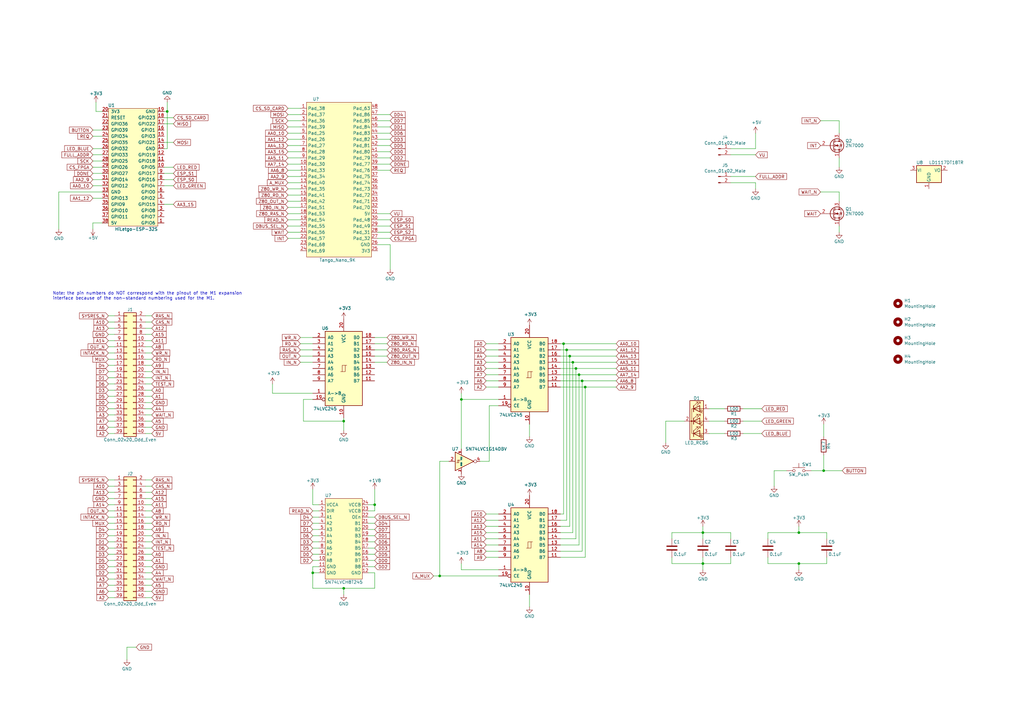
<source format=kicad_sch>
(kicad_sch (version 20211123) (generator eeschema)
  (paper "A3")
  (title_block (title "TRS-IO-XRAY M1") (date "2022-05-05") (rev "V1.3-XRAY") (comment 3 "Title: TRS-IO-XRAY for the TRS-80 Model 1") (comment 4 "Author: Arno Puder"))
  (junction (at 128.27 234.95))
  (junction (at 140.97 172.72))
  (junction (at 236.22 151.13))
  (junction (at 288.29 231.14))
  (junction (at 233.68 146.05))
  (junction (at 327.66 231.14))
  (junction (at 327.66 218.44))
  (junction (at 189.23 163.83))
  (junction (at 140.97 241.3))
  (junction (at 153.67 207.01))
  (junction (at 68.58 45.72))
  (junction (at 231.14 140.97))
  (junction (at 337.82 193.04))
  (junction (at 240.03 158.75))
  (junction (at 180.34 236.22))
  (junction (at 237.49 153.67))
  (junction (at 238.76 156.21))
  (junction (at 234.95 148.59))
  (junction (at 232.41 143.51))
  (junction (at 288.29 218.44))
  (wire (pts (xy 62.23 139.7) (xy 59.69 139.7)))
  (wire (pts (xy 41.91 91.44) (xy 38.1 91.44)))
  (wire (pts (xy 68.58 45.72) (xy 68.58 60.96)))
  (wire (pts (xy 41.91 45.72) (xy 39.37 45.72)))
  (wire (pts (xy 236.22 220.98) (xy 236.22 151.13)))
  (wire (pts (xy 337.82 173.99) (xy 337.82 179.07)))
  (wire (pts (xy 118.11 85.09) (xy 123.19 85.09)))
  (wire (pts (xy 234.95 148.59) (xy 252.73 148.59)))
  (wire (pts (xy 68.58 60.96) (xy 67.31 60.96)))
  (wire (pts (xy 339.09 218.44) (xy 339.09 220.98)))
  (wire (pts (xy 46.99 157.48) (xy 44.45 157.48)))
  (wire (pts (xy 62.23 172.72) (xy 59.69 172.72)))
  (wire (pts (xy 199.39 210.82) (xy 204.47 210.82)))
  (wire (pts (xy 229.87 151.13) (xy 236.22 151.13)))
  (wire (pts (xy 46.99 199.39) (xy 44.45 199.39)))
  (wire (pts (xy 153.67 146.05) (xy 158.75 146.05)))
  (wire (pts (xy 118.11 59.69) (xy 123.19 59.69)))
  (wire (pts (xy 153.67 138.43) (xy 158.75 138.43)))
  (wire (pts (xy 154.94 92.71) (xy 160.02 92.71)))
  (wire (pts (xy 229.87 223.52) (xy 237.49 223.52)))
  (wire (pts (xy 46.99 240.03) (xy 44.45 240.03)))
  (wire (pts (xy 128.27 224.79) (xy 130.81 224.79)))
  (wire (pts (xy 337.82 186.69) (xy 337.82 193.04)))
  (wire (pts (xy 234.95 218.44) (xy 234.95 148.59)))
  (wire (pts (xy 123.19 138.43) (xy 128.27 138.43)))
  (wire (pts (xy 46.99 132.08) (xy 44.45 132.08)))
  (wire (pts (xy 153.67 143.51) (xy 158.75 143.51)))
  (wire (pts (xy 229.87 220.98) (xy 236.22 220.98)))
  (wire (pts (xy 128.27 212.09) (xy 130.81 212.09)))
  (wire (pts (xy 46.99 219.71) (xy 44.45 219.71)))
  (wire (pts (xy 199.39 213.36) (xy 204.47 213.36)))
  (wire (pts (xy 71.12 50.8) (xy 67.31 50.8)))
  (wire (pts (xy 46.99 207.01) (xy 44.45 207.01)))
  (wire (pts (xy 153.67 241.3) (xy 153.67 234.95)))
  (wire (pts (xy 151.13 207.01) (xy 153.67 207.01)))
  (wire (pts (xy 238.76 156.21) (xy 252.73 156.21)))
  (wire (pts (xy 154.94 49.53) (xy 160.02 49.53)))
  (wire (pts (xy 118.11 57.15) (xy 123.19 57.15)))
  (wire (pts (xy 46.99 134.62) (xy 44.45 134.62)))
  (wire (pts (xy 52.07 265.43) (xy 55.88 265.43)))
  (wire (pts (xy 118.11 67.31) (xy 123.19 67.31)))
  (wire (pts (xy 299.72 60.96) (xy 309.88 60.96)))
  (wire (pts (xy 229.87 158.75) (xy 240.03 158.75)))
  (wire (pts (xy 62.23 201.93) (xy 59.69 201.93)))
  (wire (pts (xy 153.67 200.66) (xy 153.67 207.01)))
  (wire (pts (xy 38.1 63.5) (xy 41.91 63.5)))
  (wire (pts (xy 151.13 217.17) (xy 153.67 217.17)))
  (wire (pts (xy 273.05 181.61) (xy 273.05 172.72)))
  (wire (pts (xy 153.67 207.01) (xy 153.67 209.55)))
  (wire (pts (xy 38.1 91.44) (xy 38.1 93.98)))
  (wire (pts (xy 38.1 76.2) (xy 41.91 76.2)))
  (wire (pts (xy 288.29 218.44) (xy 299.72 218.44)))
  (wire (pts (xy 128.27 232.41) (xy 128.27 234.95)))
  (wire (pts (xy 229.87 156.21) (xy 238.76 156.21)))
  (wire (pts (xy 46.99 165.1) (xy 44.45 165.1)))
  (wire (pts (xy 154.94 54.61) (xy 160.02 54.61)))
  (wire (pts (xy 38.1 53.34) (xy 41.91 53.34)))
  (wire (pts (xy 62.23 170.18) (xy 59.69 170.18)))
  (wire (pts (xy 232.41 143.51) (xy 252.73 143.51)))
  (wire (pts (xy 314.96 220.98) (xy 314.96 218.44)))
  (wire (pts (xy 229.87 143.51) (xy 232.41 143.51)))
  (wire (pts (xy 46.99 217.17) (xy 44.45 217.17)))
  (wire (pts (xy 229.87 148.59) (xy 234.95 148.59)))
  (wire (pts (xy 46.99 234.95) (xy 44.45 234.95)))
  (wire (pts (xy 288.29 215.9) (xy 288.29 218.44)))
  (wire (pts (xy 62.23 134.62) (xy 59.69 134.62)))
  (wire (pts (xy 128.27 241.3) (xy 140.97 241.3)))
  (wire (pts (xy 153.67 148.59) (xy 158.75 148.59)))
  (wire (pts (xy 273.05 172.72) (xy 280.67 172.72)))
  (wire (pts (xy 128.27 214.63) (xy 130.81 214.63)))
  (wire (pts (xy 304.8 167.64) (xy 312.42 167.64)))
  (wire (pts (xy 62.23 212.09) (xy 59.69 212.09)))
  (wire (pts (xy 41.91 55.88) (xy 38.1 55.88)))
  (wire (pts (xy 62.23 219.71) (xy 59.69 219.71)))
  (wire (pts (xy 336.55 78.74) (xy 344.17 78.74)))
  (wire (pts (xy 151.13 234.95) (xy 153.67 234.95)))
  (wire (pts (xy 118.11 95.25) (xy 123.19 95.25)))
  (wire (pts (xy 62.23 144.78) (xy 59.69 144.78)))
  (wire (pts (xy 240.03 158.75) (xy 252.73 158.75)))
  (wire (pts (xy 290.83 177.8) (xy 297.18 177.8)))
  (wire (pts (xy 154.94 62.23) (xy 160.02 62.23)))
  (wire (pts (xy 46.99 204.47) (xy 44.45 204.47)))
  (wire (pts (xy 62.23 227.33) (xy 59.69 227.33)))
  (wire (pts (xy 160.02 100.33) (xy 160.02 110.49)))
  (wire (pts (xy 275.59 218.44) (xy 288.29 218.44)))
  (wire (pts (xy 154.94 59.69) (xy 160.02 59.69)))
  (wire (pts (xy 68.58 41.91) (xy 68.58 45.72)))
  (wire (pts (xy 153.67 140.97) (xy 158.75 140.97)))
  (wire (pts (xy 275.59 220.98) (xy 275.59 218.44)))
  (wire (pts (xy 62.23 229.87) (xy 59.69 229.87)))
  (wire (pts (xy 123.19 143.51) (xy 128.27 143.51)))
  (wire (pts (xy 199.39 218.44) (xy 204.47 218.44)))
  (wire (pts (xy 62.23 245.11) (xy 59.69 245.11)))
  (wire (pts (xy 229.87 213.36) (xy 232.41 213.36)))
  (wire (pts (xy 46.99 224.79) (xy 44.45 224.79)))
  (wire (pts (xy 41.91 68.58) (xy 38.1 68.58)))
  (wire (pts (xy 38.1 60.96) (xy 41.91 60.96)))
  (wire (pts (xy 153.67 209.55) (xy 151.13 209.55)))
  (wire (pts (xy 118.11 82.55) (xy 123.19 82.55)))
  (wire (pts (xy 128.27 229.87) (xy 130.81 229.87)))
  (wire (pts (xy 118.11 46.99) (xy 123.19 46.99)))
  (wire (pts (xy 344.17 64.77) (xy 344.17 68.58)))
  (wire (pts (xy 71.12 76.2) (xy 67.31 76.2)))
  (wire (pts (xy 52.07 270.51) (xy 52.07 265.43)))
  (wire (pts (xy 62.23 175.26) (xy 59.69 175.26)))
  (wire (pts (xy 62.23 167.64) (xy 59.69 167.64)))
  (wire (pts (xy 204.47 163.83) (xy 189.23 163.83)))
  (wire (pts (xy 229.87 210.82) (xy 231.14 210.82)))
  (wire (pts (xy 123.19 148.59) (xy 128.27 148.59)))
  (wire (pts (xy 275.59 231.14) (xy 288.29 231.14)))
  (wire (pts (xy 327.66 218.44) (xy 339.09 218.44)))
  (wire (pts (xy 118.11 72.39) (xy 123.19 72.39)))
  (wire (pts (xy 124.46 163.83) (xy 124.46 172.72)))
  (wire (pts (xy 229.87 146.05) (xy 233.68 146.05)))
  (wire (pts (xy 299.72 72.39) (xy 309.88 72.39)))
  (wire (pts (xy 199.39 158.75) (xy 204.47 158.75)))
  (wire (pts (xy 288.29 233.68) (xy 288.29 231.14)))
  (wire (pts (xy 154.94 90.17) (xy 160.02 90.17)))
  (wire (pts (xy 200.66 189.23) (xy 200.66 166.37)))
  (wire (pts (xy 123.19 140.97) (xy 128.27 140.97)))
  (wire (pts (xy 128.27 163.83) (xy 124.46 163.83)))
  (wire (pts (xy 46.99 212.09) (xy 44.45 212.09)))
  (wire (pts (xy 46.99 137.16) (xy 44.45 137.16)))
  (wire (pts (xy 128.27 207.01) (xy 130.81 207.01)))
  (wire (pts (xy 46.99 175.26) (xy 44.45 175.26)))
  (wire (pts (xy 199.39 146.05) (xy 204.47 146.05)))
  (wire (pts (xy 290.83 172.72) (xy 297.18 172.72)))
  (wire (pts (xy 118.11 77.47) (xy 123.19 77.47)))
  (wire (pts (xy 337.82 193.04) (xy 345.44 193.04)))
  (wire (pts (xy 118.11 62.23) (xy 123.19 62.23)))
  (wire (pts (xy 199.39 153.67) (xy 204.47 153.67)))
  (wire (pts (xy 62.23 177.8) (xy 59.69 177.8)))
  (wire (pts (xy 62.23 237.49) (xy 59.69 237.49)))
  (wire (pts (xy 128.27 227.33) (xy 130.81 227.33)))
  (wire (pts (xy 46.99 167.64) (xy 44.45 167.64)))
  (wire (pts (xy 46.99 147.32) (xy 44.45 147.32)))
  (wire (pts (xy 130.81 209.55) (xy 128.27 209.55)))
  (wire (pts (xy 180.34 189.23) (xy 180.34 236.22)))
  (wire (pts (xy 111.76 161.29) (xy 111.76 157.48)))
  (wire (pts (xy 151.13 212.09) (xy 153.67 212.09)))
  (wire (pts (xy 196.85 189.23) (xy 200.66 189.23)))
  (wire (pts (xy 128.27 234.95) (xy 128.27 241.3)))
  (wire (pts (xy 151.13 219.71) (xy 153.67 219.71)))
  (wire (pts (xy 154.94 95.25) (xy 160.02 95.25)))
  (wire (pts (xy 62.23 224.79) (xy 59.69 224.79)))
  (wire (pts (xy 62.23 129.54) (xy 59.69 129.54)))
  (wire (pts (xy 62.23 209.55) (xy 59.69 209.55)))
  (wire (pts (xy 189.23 233.68) (xy 189.23 231.14)))
  (wire (pts (xy 46.99 201.93) (xy 44.45 201.93)))
  (wire (pts (xy 344.17 54.61) (xy 344.17 49.53)))
  (wire (pts (xy 123.19 97.79) (xy 118.11 97.79)))
  (wire (pts (xy 46.99 245.11) (xy 44.45 245.11)))
  (wire (pts (xy 62.23 234.95) (xy 59.69 234.95)))
  (wire (pts (xy 199.39 226.06) (xy 204.47 226.06)))
  (wire (pts (xy 151.13 224.79) (xy 153.67 224.79)))
  (wire (pts (xy 41.91 78.74) (xy 24.13 78.74)))
  (wire (pts (xy 46.99 196.85) (xy 44.45 196.85)))
  (wire (pts (xy 46.99 177.8) (xy 44.45 177.8)))
  (wire (pts (xy 46.99 229.87) (xy 44.45 229.87)))
  (wire (pts (xy 67.31 48.26) (xy 71.12 48.26)))
  (wire (pts (xy 231.14 140.97) (xy 231.14 210.82)))
  (wire (pts (xy 128.27 161.29) (xy 111.76 161.29)))
  (wire (pts (xy 199.39 156.21) (xy 204.47 156.21)))
  (wire (pts (xy 39.37 45.72) (xy 39.37 41.91)))
  (wire (pts (xy 322.58 193.04) (xy 317.5 193.04)))
  (wire (pts (xy 140.97 241.3) (xy 140.97 243.84)))
  (wire (pts (xy 154.94 46.99) (xy 160.02 46.99)))
  (wire (pts (xy 288.29 218.44) (xy 288.29 220.98)))
  (wire (pts (xy 314.96 228.6) (xy 314.96 231.14)))
  (wire (pts (xy 46.99 237.49) (xy 44.45 237.49)))
  (wire (pts (xy 62.23 147.32) (xy 59.69 147.32)))
  (wire (pts (xy 154.94 64.77) (xy 160.02 64.77)))
  (wire (pts (xy 67.31 73.66) (xy 71.12 73.66)))
  (wire (pts (xy 229.87 153.67) (xy 237.49 153.67)))
  (wire (pts (xy 154.94 69.85) (xy 160.02 69.85)))
  (wire (pts (xy 118.11 74.93) (xy 123.19 74.93)))
  (wire (pts (xy 128.27 234.95) (xy 130.81 234.95)))
  (wire (pts (xy 62.23 162.56) (xy 59.69 162.56)))
  (wire (pts (xy 128.27 217.17) (xy 130.81 217.17)))
  (wire (pts (xy 317.5 193.04) (xy 317.5 199.39)))
  (wire (pts (xy 62.23 204.47) (xy 59.69 204.47)))
  (wire (pts (xy 118.11 54.61) (xy 123.19 54.61)))
  (wire (pts (xy 62.23 142.24) (xy 59.69 142.24)))
  (wire (pts (xy 217.17 173.99) (xy 217.17 179.07)))
  (wire (pts (xy 124.46 172.72) (xy 140.97 172.72)))
  (wire (pts (xy 62.23 196.85) (xy 59.69 196.85)))
  (wire (pts (xy 154.94 52.07) (xy 160.02 52.07)))
  (wire (pts (xy 299.72 218.44) (xy 299.72 220.98)))
  (wire (pts (xy 46.99 152.4) (xy 44.45 152.4)))
  (wire (pts (xy 46.99 214.63) (xy 44.45 214.63)))
  (wire (pts (xy 199.39 228.6) (xy 204.47 228.6)))
  (wire (pts (xy 41.91 71.12) (xy 38.1 71.12)))
  (wire (pts (xy 46.99 129.54) (xy 44.45 129.54)))
  (wire (pts (xy 229.87 140.97) (xy 231.14 140.97)))
  (wire (pts (xy 62.23 165.1) (xy 59.69 165.1)))
  (wire (pts (xy 62.23 207.01) (xy 59.69 207.01)))
  (wire (pts (xy 199.39 140.97) (xy 204.47 140.97)))
  (wire (pts (xy 38.1 73.66) (xy 41.91 73.66)))
  (wire (pts (xy 118.11 90.17) (xy 123.19 90.17)))
  (wire (pts (xy 339.09 231.14) (xy 339.09 228.6)))
  (wire (pts (xy 62.23 232.41) (xy 59.69 232.41)))
  (wire (pts (xy 46.99 162.56) (xy 44.45 162.56)))
  (wire (pts (xy 46.99 139.7) (xy 44.45 139.7)))
  (wire (pts (xy 304.8 177.8) (xy 312.42 177.8)))
  (wire (pts (xy 62.23 199.39) (xy 59.69 199.39)))
  (wire (pts (xy 46.99 160.02) (xy 44.45 160.02)))
  (wire (pts (xy 67.31 83.82) (xy 71.12 83.82)))
  (wire (pts (xy 46.99 242.57) (xy 44.45 242.57)))
  (wire (pts (xy 327.66 231.14) (xy 339.09 231.14)))
  (wire (pts (xy 327.66 215.9) (xy 327.66 218.44)))
  (wire (pts (xy 128.27 200.66) (xy 128.27 207.01)))
  (wire (pts (xy 24.13 78.74) (xy 24.13 93.98)))
  (wire (pts (xy 46.99 232.41) (xy 44.45 232.41)))
  (wire (pts (xy 238.76 226.06) (xy 238.76 156.21)))
  (wire (pts (xy 233.68 146.05) (xy 233.68 215.9)))
  (wire (pts (xy 41.91 66.04) (xy 38.1 66.04)))
  (wire (pts (xy 62.23 160.02) (xy 59.69 160.02)))
  (wire (pts (xy 151.13 222.25) (xy 153.67 222.25)))
  (wire (pts (xy 199.39 151.13) (xy 204.47 151.13)))
  (wire (pts (xy 46.99 149.86) (xy 44.45 149.86)))
  (wire (pts (xy 46.99 170.18) (xy 44.45 170.18)))
  (wire (pts (xy 199.39 148.59) (xy 204.47 148.59)))
  (wire (pts (xy 151.13 232.41) (xy 153.67 232.41)))
  (wire (pts (xy 237.49 153.67) (xy 252.73 153.67)))
  (wire (pts (xy 118.11 92.71) (xy 123.19 92.71)))
  (wire (pts (xy 160.02 87.63) (xy 154.94 87.63)))
  (wire (pts (xy 275.59 228.6) (xy 275.59 231.14)))
  (wire (pts (xy 71.12 68.58) (xy 67.31 68.58)))
  (wire (pts (xy 189.23 163.83) (xy 189.23 184.15)))
  (wire (pts (xy 229.87 228.6) (xy 240.03 228.6)))
  (wire (pts (xy 62.23 152.4) (xy 59.69 152.4)))
  (wire (pts (xy 154.94 57.15) (xy 160.02 57.15)))
  (wire (pts (xy 62.23 149.86) (xy 59.69 149.86)))
  (wire (pts (xy 118.11 69.85) (xy 123.19 69.85)))
  (wire (pts (xy 288.29 231.14) (xy 299.72 231.14)))
  (wire (pts (xy 118.11 52.07) (xy 123.19 52.07)))
  (wire (pts (xy 189.23 163.83) (xy 189.23 161.29)))
  (wire (pts (xy 344.17 78.74) (xy 344.17 82.55)))
  (wire (pts (xy 123.19 146.05) (xy 128.27 146.05)))
  (wire (pts (xy 233.68 146.05) (xy 252.73 146.05)))
  (wire (pts (xy 151.13 227.33) (xy 153.67 227.33)))
  (wire (pts (xy 344.17 92.71) (xy 344.17 95.25)))
  (wire (pts (xy 62.23 240.03) (xy 59.69 240.03)))
  (wire (pts (xy 229.87 226.06) (xy 238.76 226.06)))
  (wire (pts (xy 217.17 243.84) (xy 217.17 248.92)))
  (wire (pts (xy 67.31 45.72) (xy 68.58 45.72)))
  (wire (pts (xy 118.11 64.77) (xy 123.19 64.77)))
  (wire (pts (xy 62.23 222.25) (xy 59.69 222.25)))
  (wire (pts (xy 62.23 214.63) (xy 59.69 214.63)))
  (wire (pts (xy 71.12 58.42) (xy 67.31 58.42)))
  (wire (pts (xy 199.39 143.51) (xy 204.47 143.51)))
  (wire (pts (xy 62.23 242.57) (xy 59.69 242.57)))
  (wire (pts (xy 62.23 137.16) (xy 59.69 137.16)))
  (wire (pts (xy 177.8 236.22) (xy 180.34 236.22)))
  (wire (pts (xy 327.66 233.68) (xy 327.66 231.14)))
  (wire (pts (xy 118.11 49.53) (xy 123.19 49.53)))
  (wire (pts (xy 140.97 241.3) (xy 153.67 241.3)))
  (wire (pts (xy 199.39 215.9) (xy 204.47 215.9)))
  (wire (pts (xy 118.11 87.63) (xy 123.19 87.63)))
  (wire (pts (xy 299.72 63.5) (xy 309.88 63.5)))
  (wire (pts (xy 200.66 166.37) (xy 204.47 166.37)))
  (wire (pts (xy 46.99 154.94) (xy 44.45 154.94)))
  (wire (pts (xy 154.94 100.33) (xy 160.02 100.33)))
  (wire (pts (xy 46.99 227.33) (xy 44.45 227.33)))
  (wire (pts (xy 199.39 220.98) (xy 204.47 220.98)))
  (wire (pts (xy 67.31 71.12) (xy 71.12 71.12)))
  (wire (pts (xy 236.22 151.13) (xy 252.73 151.13)))
  (wire (pts (xy 140.97 172.72) (xy 140.97 176.53)))
  (wire (pts (xy 46.99 144.78) (xy 44.45 144.78)))
  (wire (pts (xy 199.39 223.52) (xy 204.47 223.52)))
  (wire (pts (xy 151.13 214.63) (xy 153.67 214.63)))
  (wire (pts (xy 299.72 231.14) (xy 299.72 228.6)))
  (wire (pts (xy 46.99 172.72) (xy 44.45 172.72)))
  (wire (pts (xy 337.82 193.04) (xy 332.74 193.04)))
  (wire (pts (xy 184.15 189.23) (xy 180.34 189.23)))
  (wire (pts (xy 130.81 232.41) (xy 128.27 232.41)))
  (wire (pts (xy 140.97 171.45) (xy 140.97 172.72)))
  (wire (pts (xy 229.87 218.44) (xy 234.95 218.44)))
  (wire (pts (xy 118.11 80.01) (xy 123.19 80.01)))
  (wire (pts (xy 62.23 132.08) (xy 59.69 132.08)))
  (wire (pts (xy 154.94 97.79) (xy 160.02 97.79)))
  (wire (pts (xy 344.17 49.53) (xy 336.55 49.53)))
  (wire (pts (xy 232.41 143.51) (xy 232.41 213.36)))
  (wire (pts (xy 314.96 231.14) (xy 327.66 231.14)))
  (wire (pts (xy 229.87 215.9) (xy 233.68 215.9)))
  (wire (pts (xy 46.99 209.55) (xy 44.45 209.55)))
  (wire (pts (xy 204.47 233.68) (xy 189.23 233.68)))
  (wire (pts (xy 62.23 157.48) (xy 59.69 157.48)))
  (wire (pts (xy 309.88 74.93) (xy 309.88 77.47)))
  (wire (pts (xy 128.27 219.71) (xy 130.81 219.71)))
  (wire (pts (xy 180.34 236.22) (xy 204.47 236.22)))
  (wire (pts (xy 118.11 44.45) (xy 123.19 44.45)))
  (wire (pts (xy 314.96 218.44) (xy 327.66 218.44)))
  (wire (pts (xy 154.94 67.31) (xy 160.02 67.31)))
  (wire (pts (xy 290.83 167.64) (xy 297.18 167.64)))
  (wire (pts (xy 62.23 154.94) (xy 59.69 154.94)))
  (wire (pts (xy 62.23 217.17) (xy 59.69 217.17)))
  (wire (pts (xy 231.14 140.97) (xy 252.73 140.97)))
  (wire (pts (xy 288.29 231.14) (xy 288.29 228.6)))
  (wire (pts (xy 309.88 60.96) (xy 309.88 54.61)))
  (wire (pts (xy 299.72 74.93) (xy 309.88 74.93)))
  (wire (pts (xy 128.27 222.25) (xy 130.81 222.25)))
  (wire (pts (xy 151.13 229.87) (xy 153.67 229.87)))
  (wire (pts (xy 46.99 142.24) (xy 44.45 142.24)))
  (wire (pts (xy 240.03 228.6) (xy 240.03 158.75)))
  (wire (pts (xy 304.8 172.72) (xy 312.42 172.72)))
  (wire (pts (xy 46.99 222.25) (xy 44.45 222.25)))
  (wire (pts (xy 237.49 223.52) (xy 237.49 153.67)))
  (wire (pts (xy 38.1 81.28) (xy 41.91 81.28)))
  (text "Note: the pin numbers do NOT correspond with the pinout of the M1 expansion\ninterface because of the non-standard numbering used for the M1." (at 21.59 123.19 0) (effects (font (size 1.27 1.27)) (justify left bottom)))
  (global_label "WAIT_N" (shape input) (at 336.55 78.74 180) (property "Intersheet References" "${INTERSHEET_REFS}" (effects hide)))
  (global_label "D3" (shape input) (at 44.45 160.02 180) (property "Intersheet References" "${INTERSHEET_REFS}" (effects hide)))
  (global_label "AA0_10" (shape input) (at 38.1 76.2 180) (property "Intersheet References" "${INTERSHEET_REFS}" (effects hide)))
  (global_label "A7" (shape input) (at 199.39 153.67 180) (property "Intersheet References" "${INTERSHEET_REFS}" (effects hide)))
  (global_label "A0" (shape input) (at 62.23 160.02 0) (property "Intersheet References" "${INTERSHEET_REFS}" (effects hide)))
  (global_label "DBUS_SEL_N" (shape input) (at 153.67 212.09 0) (property "Intersheet References" "${INTERSHEET_REFS}" (effects hide)))
  (global_label "DD7" (shape input) (at 153.67 217.17 0) (property "Intersheet References" "${INTERSHEET_REFS}" (effects hide)))
  (global_label "A13" (shape input) (at 44.45 201.93 180) (property "Intersheet References" "${INTERSHEET_REFS}" (effects hide)))
  (global_label "A5" (shape input) (at 62.23 240.03 0) (property "Intersheet References" "${INTERSHEET_REFS}" (effects hide)))
  (global_label "ESP_S1" (shape input) (at 71.12 71.12 0) (property "Intersheet References" "${INTERSHEET_REFS}" (effects hide)))
  (global_label "AA1_12" (shape input) (at 252.73 143.51 0) (property "Intersheet References" "${INTERSHEET_REFS}" (effects hide)))
  (global_label "AA2_9" (shape input) (at 38.1 73.66 180) (property "Intersheet References" "${INTERSHEET_REFS}" (effects hide)))
  (global_label "LED_BLUE" (shape input) (at 312.42 177.8 0) (property "Intersheet References" "${INTERSHEET_REFS}" (effects hide)))
  (global_label "AA4_13" (shape input) (at 252.73 146.05 0) (property "Intersheet References" "${INTERSHEET_REFS}" (effects hide)))
  (global_label "AA7_14" (shape input) (at 252.73 153.67 0) (property "Intersheet References" "${INTERSHEET_REFS}" (effects hide)))
  (global_label "A9" (shape input) (at 62.23 217.17 0) (property "Intersheet References" "${INTERSHEET_REFS}" (effects hide)))
  (global_label "A13" (shape input) (at 44.45 134.62 180) (property "Intersheet References" "${INTERSHEET_REFS}" (effects hide)))
  (global_label "VU" (shape input) (at 160.02 87.63 0) (property "Intersheet References" "${INTERSHEET_REFS}" (effects hide)))
  (global_label "Z80_RAS_N" (shape input) (at 118.11 87.63 180) (property "Intersheet References" "${INTERSHEET_REFS}" (effects hide)))
  (global_label "READ_N" (shape input) (at 118.11 90.17 180) (property "Intersheet References" "${INTERSHEET_REFS}" (effects hide)))
  (global_label "IN_N" (shape input) (at 123.19 148.59 180) (property "Intersheet References" "${INTERSHEET_REFS}" (effects hide)))
  (global_label "GND" (shape input) (at 62.23 175.26 0) (property "Intersheet References" "${INTERSHEET_REFS}" (effects hide)))
  (global_label "Z80_RD_N" (shape input) (at 158.75 140.97 0) (property "Intersheet References" "${INTERSHEET_REFS}" (effects hide)))
  (global_label "D2" (shape input) (at 44.45 167.64 180) (property "Intersheet References" "${INTERSHEET_REFS}" (effects hide)))
  (global_label "D6" (shape input) (at 128.27 219.71 180) (property "Intersheet References" "${INTERSHEET_REFS}" (effects hide)))
  (global_label "D2" (shape input) (at 128.27 229.87 180) (property "Intersheet References" "${INTERSHEET_REFS}" (effects hide)))
  (global_label "A5" (shape input) (at 62.23 172.72 0) (property "Intersheet References" "${INTERSHEET_REFS}" (effects hide)))
  (global_label "MOSI" (shape input) (at 118.11 46.99 180) (property "Intersheet References" "${INTERSHEET_REFS}" (effects hide)))
  (global_label "DD0" (shape input) (at 160.02 62.23 0) (property "Intersheet References" "${INTERSHEET_REFS}" (effects hide)))
  (global_label "Z80_WR_N" (shape input) (at 158.75 138.43 0) (property "Intersheet References" "${INTERSHEET_REFS}" (effects hide)))
  (global_label "DD7" (shape input) (at 160.02 49.53 0) (property "Intersheet References" "${INTERSHEET_REFS}" (effects hide)))
  (global_label "A5" (shape input) (at 199.39 151.13 180) (property "Intersheet References" "${INTERSHEET_REFS}" (effects hide)))
  (global_label "D4" (shape input) (at 44.45 149.86 180) (property "Intersheet References" "${INTERSHEET_REFS}" (effects hide)))
  (global_label "GND" (shape input) (at 62.23 232.41 0) (property "Intersheet References" "${INTERSHEET_REFS}" (effects hide)))
  (global_label "TEST_N" (shape input) (at 62.23 157.48 0) (property "Intersheet References" "${INTERSHEET_REFS}" (effects hide)))
  (global_label "DD1" (shape input) (at 160.02 52.07 0) (property "Intersheet References" "${INTERSHEET_REFS}" (effects hide)))
  (global_label "WAIT" (shape input) (at 118.11 95.25 180) (property "Intersheet References" "${INTERSHEET_REFS}" (effects hide)))
  (global_label "A9" (shape input) (at 199.39 228.6 180) (property "Intersheet References" "${INTERSHEET_REFS}" (effects hide)))
  (global_label "Z80_IN_N" (shape input) (at 158.75 148.59 0) (property "Intersheet References" "${INTERSHEET_REFS}" (effects hide)))
  (global_label "D1" (shape input) (at 44.45 154.94 180) (property "Intersheet References" "${INTERSHEET_REFS}" (effects hide)))
  (global_label "TEST_N" (shape input) (at 62.23 224.79 0) (property "Intersheet References" "${INTERSHEET_REFS}" (effects hide)))
  (global_label "A10" (shape input) (at 44.45 132.08 180) (property "Intersheet References" "${INTERSHEET_REFS}" (effects hide)))
  (global_label "AA6_8" (shape input) (at 252.73 156.21 0) (property "Intersheet References" "${INTERSHEET_REFS}" (effects hide)))
  (global_label "MUX" (shape input) (at 44.45 147.32 180) (property "Intersheet References" "${INTERSHEET_REFS}" (effects hide)))
  (global_label "A7" (shape input) (at 44.45 240.03 180) (property "Intersheet References" "${INTERSHEET_REFS}" (effects hide)))
  (global_label "AA7_14" (shape input) (at 118.11 67.31 180) (property "Intersheet References" "${INTERSHEET_REFS}" (effects hide)))
  (global_label "AA5_11" (shape input) (at 252.73 151.13 0) (property "Intersheet References" "${INTERSHEET_REFS}" (effects hide)))
  (global_label "D3" (shape input) (at 44.45 227.33 180) (property "Intersheet References" "${INTERSHEET_REFS}" (effects hide)))
  (global_label "A12" (shape input) (at 199.39 213.36 180) (property "Intersheet References" "${INTERSHEET_REFS}" (effects hide)))
  (global_label "INTACK_N" (shape input) (at 44.45 144.78 180) (property "Intersheet References" "${INTERSHEET_REFS}" (effects hide)))
  (global_label "AA6_8" (shape input) (at 118.11 69.85 180) (property "Intersheet References" "${INTERSHEET_REFS}" (effects hide)))
  (global_label "FULL_ADDR" (shape input) (at 38.1 63.5 180) (property "Intersheet References" "${INTERSHEET_REFS}" (effects hide)))
  (global_label "A14" (shape input) (at 199.39 223.52 180) (property "Intersheet References" "${INTERSHEET_REFS}" (effects hide)))
  (global_label "D6" (shape input) (at 44.45 157.48 180) (property "Intersheet References" "${INTERSHEET_REFS}" (effects hide)))
  (global_label "DD2" (shape input) (at 153.67 232.41 0) (property "Intersheet References" "${INTERSHEET_REFS}" (effects hide)))
  (global_label "OUT_N" (shape input) (at 123.19 146.05 180) (property "Intersheet References" "${INTERSHEET_REFS}" (effects hide)))
  (global_label "LED_BLUE" (shape input) (at 38.1 60.96 180) (property "Intersheet References" "${INTERSHEET_REFS}" (effects hide)))
  (global_label "LED_GREEN" (shape input) (at 71.12 76.2 0) (property "Intersheet References" "${INTERSHEET_REFS}" (effects hide)))
  (global_label "DD5" (shape input) (at 160.02 59.69 0) (property "Intersheet References" "${INTERSHEET_REFS}" (effects hide)))
  (global_label "RAS_N" (shape input) (at 123.19 143.51 180) (property "Intersheet References" "${INTERSHEET_REFS}" (effects hide)))
  (global_label "CS_FPGA" (shape input) (at 38.1 68.58 180) (property "Intersheet References" "${INTERSHEET_REFS}" (effects hide)))
  (global_label "Z80_WR_N" (shape input) (at 118.11 77.47 180) (property "Intersheet References" "${INTERSHEET_REFS}" (effects hide)))
  (global_label "RD_N" (shape input) (at 123.19 140.97 180) (property "Intersheet References" "${INTERSHEET_REFS}" (effects hide)))
  (global_label "A1" (shape input) (at 62.23 162.56 0) (property "Intersheet References" "${INTERSHEET_REFS}" (effects hide)))
  (global_label "A7" (shape input) (at 44.45 172.72 180) (property "Intersheet References" "${INTERSHEET_REFS}" (effects hide)))
  (global_label "5V" (shape input) (at 62.23 177.8 0) (property "Intersheet References" "${INTERSHEET_REFS}" (effects hide)))
  (global_label "MUX" (shape input) (at 44.45 214.63 180) (property "Intersheet References" "${INTERSHEET_REFS}" (effects hide)))
  (global_label "A2" (shape input) (at 44.45 177.8 180) (property "Intersheet References" "${INTERSHEET_REFS}" (effects hide)))
  (global_label "INT_N" (shape input) (at 336.55 49.53 180) (property "Intersheet References" "${INTERSHEET_REFS}" (effects hide)))
  (global_label "RD_N" (shape input) (at 62.23 147.32 0) (property "Intersheet References" "${INTERSHEET_REFS}" (effects hide)))
  (global_label "A2" (shape input) (at 199.39 158.75 180) (property "Intersheet References" "${INTERSHEET_REFS}" (effects hide)))
  (global_label "D0" (shape input) (at 44.45 165.1 180) (property "Intersheet References" "${INTERSHEET_REFS}" (effects hide)))
  (global_label "A0" (shape input) (at 62.23 227.33 0) (property "Intersheet References" "${INTERSHEET_REFS}" (effects hide)))
  (global_label "IN_N" (shape input) (at 62.23 219.71 0) (property "Intersheet References" "${INTERSHEET_REFS}" (effects hide)))
  (global_label "MISO" (shape input) (at 71.12 50.8 0) (property "Intersheet References" "${INTERSHEET_REFS}" (effects hide)))
  (global_label "D7" (shape input) (at 44.45 219.71 180) (property "Intersheet References" "${INTERSHEET_REFS}" (effects hide)))
  (global_label "LED_RED" (shape input) (at 312.42 167.64 0) (property "Intersheet References" "${INTERSHEET_REFS}" (effects hide)))
  (global_label "DD2" (shape input) (at 160.02 64.77 0) (property "Intersheet References" "${INTERSHEET_REFS}" (effects hide)))
  (global_label "A4" (shape input) (at 199.39 146.05 180) (property "Intersheet References" "${INTERSHEET_REFS}" (effects hide)))
  (global_label "ESP_S0" (shape input) (at 160.02 90.17 0) (property "Intersheet References" "${INTERSHEET_REFS}" (effects hide)))
  (global_label "WAIT_N" (shape input) (at 62.23 170.18 0) (property "Intersheet References" "${INTERSHEET_REFS}" (effects hide)))
  (global_label "AA2_9" (shape input) (at 118.11 72.39 180) (property "Intersheet References" "${INTERSHEET_REFS}" (effects hide)))
  (global_label "LED_GREEN" (shape input) (at 312.42 172.72 0) (property "Intersheet References" "${INTERSHEET_REFS}" (effects hide)))
  (global_label "D2" (shape input) (at 44.45 234.95 180) (property "Intersheet References" "${INTERSHEET_REFS}" (effects hide)))
  (global_label "D1" (shape input) (at 44.45 222.25 180) (property "Intersheet References" "${INTERSHEET_REFS}" (effects hide)))
  (global_label "D1" (shape input) (at 128.27 217.17 180) (property "Intersheet References" "${INTERSHEET_REFS}" (effects hide)))
  (global_label "FULL_ADDR" (shape input) (at 309.88 72.39 0) (property "Intersheet References" "${INTERSHEET_REFS}" (effects hide)))
  (global_label "A1" (shape input) (at 62.23 229.87 0) (property "Intersheet References" "${INTERSHEET_REFS}" (effects hide)))
  (global_label "SCK" (shape input) (at 118.11 49.53 180) (property "Intersheet References" "${INTERSHEET_REFS}" (effects hide)))
  (global_label "A8" (shape input) (at 62.23 209.55 0) (property "Intersheet References" "${INTERSHEET_REFS}" (effects hide)))
  (global_label "BUTTON" (shape input) (at 38.1 53.34 180) (property "Intersheet References" "${INTERSHEET_REFS}" (effects hide)))
  (global_label "RD_N" (shape input) (at 62.23 214.63 0) (property "Intersheet References" "${INTERSHEET_REFS}" (effects hide)))
  (global_label "A14" (shape input) (at 44.45 139.7 180) (property "Intersheet References" "${INTERSHEET_REFS}" (effects hide)))
  (global_label "CAS_N" (shape input) (at 62.23 199.39 0) (property "Intersheet References" "${INTERSHEET_REFS}" (effects hide)))
  (global_label "A10" (shape input) (at 44.45 199.39 180) (property "Intersheet References" "${INTERSHEET_REFS}" (effects hide)))
  (global_label "WAIT_N" (shape input) (at 62.23 237.49 0) (property "Intersheet References" "${INTERSHEET_REFS}" (effects hide)))
  (global_label "A8" (shape input) (at 62.23 142.24 0) (property "Intersheet References" "${INTERSHEET_REFS}" (effects hide)))
  (global_label "D0" (shape input) (at 44.45 232.41 180) (property "Intersheet References" "${INTERSHEET_REFS}" (effects hide)))
  (global_label "RAS_N" (shape input) (at 62.23 129.54 0) (property "Intersheet References" "${INTERSHEET_REFS}" (effects hide)))
  (global_label "5V" (shape input) (at 62.23 245.11 0) (property "Intersheet References" "${INTERSHEET_REFS}" (effects hide)))
  (global_label "A15" (shape input) (at 62.23 204.47 0) (property "Intersheet References" "${INTERSHEET_REFS}" (effects hide)))
  (global_label "A4" (shape input) (at 62.23 167.64 0) (property "Intersheet References" "${INTERSHEET_REFS}" (effects hide)))
  (global_label "DD4" (shape input) (at 153.67 214.63 0) (property "Intersheet References" "${INTERSHEET_REFS}" (effects hide)))
  (global_label "D5" (shape input) (at 44.45 229.87 180) (property "Intersheet References" "${INTERSHEET_REFS}" (effects hide)))
  (global_label "GND" (shape input) (at 62.23 242.57 0) (property "Intersheet References" "${INTERSHEET_REFS}" (effects hide)))
  (global_label "INTACK_N" (shape input) (at 44.45 212.09 180) (property "Intersheet References" "${INTERSHEET_REFS}" (effects hide)))
  (global_label "AA0_10" (shape input) (at 252.73 140.97 0) (property "Intersheet References" "${INTERSHEET_REFS}" (effects hide)))
  (global_label "AA1_12" (shape input) (at 118.11 57.15 180) (property "Intersheet References" "${INTERSHEET_REFS}" (effects hide)))
  (global_label "INT_N" (shape input) (at 62.23 222.25 0) (property "Intersheet References" "${INTERSHEET_REFS}" (effects hide)))
  (global_label "WR_N" (shape input) (at 62.23 144.78 0) (property "Intersheet References" "${INTERSHEET_REFS}" (effects hide)))
  (global_label "OUT_N" (shape input) (at 44.45 142.24 180) (property "Intersheet References" "${INTERSHEET_REFS}" (effects hide)))
  (global_label "REQ" (shape input) (at 38.1 55.88 180) (property "Intersheet References" "${INTERSHEET_REFS}" (effects hide)))
  (global_label "A0" (shape input) (at 199.39 140.97 180) (property "Intersheet References" "${INTERSHEET_REFS}" (effects hide)))
  (global_label "D5" (shape input) (at 128.27 224.79 180) (property "Intersheet References" "${INTERSHEET_REFS}" (effects hide)))
  (global_label "WR_N" (shape input) (at 123.19 138.43 180) (property "Intersheet References" "${INTERSHEET_REFS}" (effects hide)))
  (global_label "A3" (shape input) (at 44.45 237.49 180) (property "Intersheet References" "${INTERSHEET_REFS}" (effects hide)))
  (global_label "D6" (shape input) (at 44.45 224.79 180) (property "Intersheet References" "${INTERSHEET_REFS}" (effects hide)))
  (global_label "READ_N" (shape input) (at 128.27 209.55 180) (property "Intersheet References" "${INTERSHEET_REFS}" (effects hide)))
  (global_label "A12" (shape input) (at 62.23 134.62 0) (property "Intersheet References" "${INTERSHEET_REFS}" (effects hide)))
  (global_label "A1" (shape input) (at 199.39 143.51 180) (property "Intersheet References" "${INTERSHEET_REFS}" (effects hide)))
  (global_label "A12" (shape input) (at 62.23 201.93 0) (property "Intersheet References" "${INTERSHEET_REFS}" (effects hide)))
  (global_label "A10" (shape input) (at 199.39 210.82 180) (property "Intersheet References" "${INTERSHEET_REFS}" (effects hide)))
  (global_label "A8" (shape input) (at 199.39 226.06 180) (property "Intersheet References" "${INTERSHEET_REFS}" (effects hide)))
  (global_label "AA3_15" (shape input) (at 118.11 62.23 180) (property "Intersheet References" "${INTERSHEET_REFS}" (effects hide)))
  (global_label "A14" (shape input) (at 44.45 207.01 180) (property "Intersheet References" "${INTERSHEET_REFS}" (effects hide)))
  (global_label "A6" (shape input) (at 44.45 175.26 180) (property "Intersheet References" "${INTERSHEET_REFS}" (effects hide)))
  (global_label "DD5" (shape input) (at 153.67 227.33 0) (property "Intersheet References" "${INTERSHEET_REFS}" (effects hide)))
  (global_label "D5" (shape input) (at 44.45 162.56 180) (property "Intersheet References" "${INTERSHEET_REFS}" (effects hide)))
  (global_label "A11" (shape input) (at 62.23 139.7 0) (property "Intersheet References" "${INTERSHEET_REFS}" (effects hide)))
  (global_label "AA2_9" (shape input) (at 252.73 158.75 0) (property "Intersheet References" "${INTERSHEET_REFS}" (effects hide)))
  (global_label "DD1" (shape input) (at 153.67 219.71 0) (property "Intersheet References" "${INTERSHEET_REFS}" (effects hide)))
  (global_label "SCK" (shape input) (at 38.1 66.04 180) (property "Intersheet References" "${INTERSHEET_REFS}" (effects hide)))
  (global_label "REQ" (shape input) (at 160.02 69.85 0) (property "Intersheet References" "${INTERSHEET_REFS}" (effects hide)))
  (global_label "A6" (shape input) (at 199.39 156.21 180) (property "Intersheet References" "${INTERSHEET_REFS}" (effects hide)))
  (global_label "A9" (shape input) (at 62.23 149.86 0) (property "Intersheet References" "${INTERSHEET_REFS}" (effects hide)))
  (global_label "Z80_RAS_N" (shape input) (at 158.75 143.51 0) (property "Intersheet References" "${INTERSHEET_REFS}" (effects hide)))
  (global_label "MOSI" (shape input) (at 71.12 58.42 0) (property "Intersheet References" "${INTERSHEET_REFS}" (effects hide)))
  (global_label "AA4_13" (shape input) (at 118.11 59.69 180) (property "Intersheet References" "${INTERSHEET_REFS}" (effects hide)))
  (global_label "WR_N" (shape input) (at 62.23 212.09 0) (property "Intersheet References" "${INTERSHEET_REFS}" (effects hide)))
  (global_label "AA1_12" (shape input) (at 38.1 81.28 180) (property "Intersheet References" "${INTERSHEET_REFS}" (effects hide)))
  (global_label "D4" (shape input) (at 128.27 212.09 180) (property "Intersheet References" "${INTERSHEET_REFS}" (effects hide)))
  (global_label "GND" (shape input) (at 55.88 265.43 0) (property "Intersheet References" "${INTERSHEET_REFS}" (effects hide)))
  (global_label "A2" (shape input) (at 44.45 245.11 180) (property "Intersheet References" "${INTERSHEET_REFS}" (effects hide)))
  (global_label "INT_N" (shape input) (at 62.23 154.94 0) (property "Intersheet References" "${INTERSHEET_REFS}" (effects hide)))
  (global_label "ESP_S1" (shape input) (at 160.02 92.71 0) (property "Intersheet References" "${INTERSHEET_REFS}" (effects hide)))
  (global_label "A3" (shape input) (at 44.45 170.18 180) (property "Intersheet References" "${INTERSHEET_REFS}" (effects hide)))
  (global_label "GND" (shape input) (at 62.23 165.1 0) (property "Intersheet References" "${INTERSHEET_REFS}" (effects hide)))
  (global_label "DD4" (shape input) (at 160.02 46.99 0) (property "Intersheet References" "${INTERSHEET_REFS}" (effects hide)))
  (global_label "AA5_11" (shape input) (at 118.11 64.77 180) (property "Intersheet References" "${INTERSHEET_REFS}" (effects hide)))
  (global_label "DBUS_SEL_N" (shape input) (at 118.11 92.71 180) (property "Intersheet References" "${INTERSHEET_REFS}" (effects hide)))
  (global_label "A13" (shape input) (at 199.39 215.9 180) (property "Intersheet References" "${INTERSHEET_REFS}" (effects hide)))
  (global_label "INT" (shape input) (at 336.55 59.69 180) (property "Intersheet References" "${INTERSHEET_REFS}" (effects hide)))
  (global_label "Z80_IN_N" (shape input) (at 118.11 85.09 180) (property "Intersheet References" "${INTERSHEET_REFS}" (effects hide)))
  (global_label "CAS_N" (shape input) (at 62.23 132.08 0) (property "Intersheet References" "${INTERSHEET_REFS}" (effects hide)))
  (global_label "BUTTON" (shape input) (at 345.44 193.04 0) (property "Intersheet References" "${INTERSHEET_REFS}" (effects hide)))
  (global_label "SYSRES_N" (shape input) (at 44.45 129.54 180) (property "Intersheet References" "${INTERSHEET_REFS}" (effects hide)))
  (global_label "A6" (shape input) (at 44.45 242.57 180) (property "Intersheet References" "${INTERSHEET_REFS}" (effects hide)))
  (global_label "D7" (shape input) (at 44.45 152.4 180) (property "Intersheet References" "${INTERSHEET_REFS}" (effects hide)))
  (global_label "A11" (shape input) (at 62.23 207.01 0) (property "Intersheet References" "${INTERSHEET_REFS}" (effects hide)))
  (global_label "CS_SD_CARD" (shape input) (at 118.11 44.45 180) (property "Intersheet References" "${INTERSHEET_REFS}" (effects hide)))
  (global_label "D7" (shape input) (at 128.27 214.63 180) (property "Intersheet References" "${INTERSHEET_REFS}" (effects hide)))
  (global_label "IN_N" (shape input) (at 62.23 152.4 0) (property "Intersheet References" "${INTERSHEET_REFS}" (effects hide)))
  (global_label "A_MUX" (shape input) (at 177.8 236.22 180) (property "Intersheet References" "${INTERSHEET_REFS}" (effects hide)))
  (global_label "DONE" (shape input) (at 38.1 71.12 180) (property "Intersheet References" "${INTERSHEET_REFS}" (effects hide)))
  (global_label "A3" (shape input) (at 199.39 148.59 180) (property "Intersheet References" "${INTERSHEET_REFS}" (effects hide)))
  (global_label "DD3" (shape input) (at 160.02 57.15 0) (property "Intersheet References" "${INTERSHEET_REFS}" (effects hide)))
  (global_label "ESP_S2" (shape input) (at 160.02 95.25 0) (property "Intersheet References" "${INTERSHEET_REFS}" (effects hide)))
  (global_label "CS_SD_CARD" (shape input) (at 71.12 48.26 0) (property "Intersheet References" "${INTERSHEET_REFS}" (effects hide)))
  (global_label "AA3_15" (shape input) (at 252.73 148.59 0) (property "Intersheet References" "${INTERSHEET_REFS}" (effects hide)))
  (global_label "OUT_N" (shape input) (at 44.45 209.55 180) (property "Intersheet References" "${INTERSHEET_REFS}" (effects hide)))
  (global_label "MISO" (shape input) (at 118.11 52.07 180) (property "Intersheet References" "${INTERSHEET_REFS}" (effects hide)))
  (global_label "DD6" (shape input) (at 153.67 222.25 0) (property "Intersheet References" "${INTERSHEET_REFS}" (effects hide)))
  (global_label "A_MUX" (shape input) (at 118.11 74.93 180) (property "Intersheet References" "${INTERSHEET_REFS}" (effects hide)))
  (global_label "VU" (shape input) (at 309.88 63.5 0) (property "Intersheet References" "${INTERSHEET_REFS}" (effects hide)))
  (global_label "A4" (shape input) (at 62.23 234.95 0) (property "Intersheet References" "${INTERSHEET_REFS}" (effects hide)))
  (global_label "D0" (shape input) (at 128.27 227.33 180) (property "Intersheet References" "${INTERSHEET_REFS}" (effects hide)))
  (global_label "DD0" (shape input) (at 153.67 229.87 0) (property "Intersheet References" "${INTERSHEET_REFS}" (effects hide)))
  (global_label "AA3_15" (shape input) (at 71.12 83.82 0) (property "Intersheet References" "${INTERSHEET_REFS}" (effects hide)))
  (global_label "GND" (shape input) (at 44.45 137.16 180) (property "Intersheet References" "${INTERSHEET_REFS}" (effects hide)))
  (global_label "LED_RED" (shape input) (at 71.12 68.58 0) (property "Intersheet References" "${INTERSHEET_REFS}" (effects hide)))
  (global_label "RAS_N" (shape input) (at 62.23 196.85 0) (property "Intersheet References" "${INTERSHEET_REFS}" (effects hide)))
  (global_label "WAIT" (shape input) (at 336.55 87.63 180) (property "Intersheet References" "${INTERSHEET_REFS}" (effects hide)))
  (global_label "SYSRES_N" (shape input) (at 44.45 196.85 180) (property "Intersheet References" "${INTERSHEET_REFS}" (effects hide)))
  (global_label "A15" (shape input) (at 62.23 137.16 0) (property "Intersheet References" "${INTERSHEET_REFS}" (effects hide)))
  (global_label "ESP_S0" (shape input) (at 71.12 73.66 0) (property "Intersheet References" "${INTERSHEET_REFS}" (effects hide)))
  (global_label "GND" (shape input) (at 44.45 204.47 180) (property "Intersheet References" "${INTERSHEET_REFS}" (effects hide)))
  (global_label "A11" (shape input) (at 199.39 220.98 180) (property "Intersheet References" "${INTERSHEET_REFS}" (effects hide)))
  (global_label "D3" (shape input) (at 128.27 222.25 180) (property "Intersheet References" "${INTERSHEET_REFS}" (effects hide)))
  (global_label "Z80_RD_N" (shape input) (at 118.11 80.01 180) (property "Intersheet References" "${INTERSHEET_REFS}" (effects hide)))
  (global_label "DD3" (shape input) (at 153.67 224.79 0) (property "Intersheet References" "${INTERSHEET_REFS}" (effects hide)))
  (global_label "A15" (shape input) (at 199.39 218.44 180) (property "Intersheet References" "${INTERSHEET_REFS}" (effects hide)))
  (global_label "DONE" (shape input) (at 160.02 67.31 0) (property "Intersheet References" "${INTERSHEET_REFS}" (effects hide)))
  (global_label "D4" (shape input) (at 44.45 217.17 180) (property "Intersheet References" "${INTERSHEET_REFS}" (effects hide)))
  (global_label "INT" (shape input) (at 118.11 97.79 180) (property "Intersheet References" "${INTERSHEET_REFS}" (effects hide)))
  (global_label "Z80_OUT_N" (shape input) (at 118.11 82.55 180) (property "Intersheet References" "${INTERSHEET_REFS}" (effects hide)))
  (global_label "DD6" (shape input) (at 160.02 54.61 0) (property "Intersheet References" "${INTERSHEET_REFS}" (effects hide)))
  (global_label "CS_FPGA" (shape input) (at 160.02 97.79 0) (property "Intersheet References" "${INTERSHEET_REFS}" (effects hide)))
  (global_label "AA0_10" (shape input) (at 118.11 54.61 180) (property "Intersheet References" "${INTERSHEET_REFS}" (effects hide)))
  (global_label "Z80_OUT_N" (shape input) (at 158.75 146.05 0) (property "Intersheet References" "${INTERSHEET_REFS}" (effects hide)))
  (symbol (lib_id "Connector_Generic:Conn_02x20_Odd_Even") (at 52.07 152.4 0) (unit 1)
    (property "Reference" "J1" (at 53.34 127 0))
    (property "Value" "Conn_02x20_Odd_Even" (at 53.34 180.34 0))
    (property "Footprint" "Connector_PinHeader_2.54mm:PinHeader_2x20_P2.54mm_Vertical" (effects hide))
  )
  (symbol (lib_id "ESP-AP:HiLetgo-ESP-32S") (at 54.61 69.85 0) (unit 1)
    (property "Reference" "U1" (at 45.72 43.18 0))
    (property "Value" "HiLetgo-ESP-32S" (at 55.88 93.98 0))
    (property "Footprint" "TRS-IO-M1:DIP-38_W22.9mm" (effects hide))
  )
  (symbol (lib_id "Transistor_FET:2N7000") (at 341.63 87.63 0) (unit 1)
    (property "Reference" "Q1" (at 346.71 85.725 0) (effects (justify left)))
    (property "Value" "2N7000" (at 346.71 87.63 0) (effects (justify left)))
    (property "Footprint" "Package_TO_SOT_THT:TO-92_Inline" (effects hide))
    (property "Datasheet" "https://www.fairchildsemi.com/datasheets/2N/2N7000.pdf" (effects hide))
  )
  (symbol (lib_id "power:GND") (at 344.17 95.25 0) (unit 1)
    (property "Reference" "#PWR0101" (effects hide))
    (property "Value" "GND" (at 344.17 99.06 0))
  )
  (symbol (lib_id "power:+3.3V") (at 39.37 41.91 0) (unit 1)
    (property "Reference" "#PWR0111" (effects hide))
    (property "Value" "+3.3V" (at 39.37 38.354 0))
  )
  (symbol (lib_id "power:+5V") (at 38.1 93.98 180) (unit 1)
    (property "Reference" "#PWR0112" (effects hide))
    (property "Value" "+5V" (at 38.1 97.536 0))
  )
  (symbol (lib_id "power:GND") (at 68.58 41.91 180) (unit 1)
    (property "Reference" "#PWR0113" (effects hide))
    (property "Value" "GND" (at 68.58 38.1 0))
  )
  (symbol (lib_id "74xx:74HC245") (at 217.17 223.52 0) (unit 1)
    (property "Reference" "U4" (at 209.55 207.01 0))
    (property "Value" "74LVC245" (at 209.55 240.03 0))
    (property "Footprint" "Package_DIP:DIP-20_W7.62mm" (effects hide))
    (property "Datasheet" "http://www.ti.com/lit/gpn/sn74HC245" (effects hide))
  )
  (symbol (lib_id "power:GND") (at 217.17 248.92 0) (unit 1)
    (property "Reference" "#PWR0116" (effects hide))
    (property "Value" "GND" (at 217.17 252.73 0))
  )
  (symbol (lib_id "power:GND") (at 52.07 270.51 0) (unit 1)
    (property "Reference" "#PWR0119" (effects hide))
    (property "Value" "GND" (at 52.07 274.32 0))
  )
  (symbol (lib_id "74xx:74HC245") (at 217.17 153.67 0) (unit 1)
    (property "Reference" "U3" (at 209.55 137.16 0))
    (property "Value" "74LVC245" (at 209.55 170.18 0))
    (property "Footprint" "Package_DIP:DIP-20_W7.62mm" (effects hide))
    (property "Datasheet" "http://www.ti.com/lit/gpn/sn74HC245" (effects hide))
  )
  (symbol (lib_id "power:GND") (at 217.17 179.07 0) (unit 1)
    (property "Reference" "#PWR0104" (effects hide))
    (property "Value" "GND" (at 217.17 182.88 0))
  )
  (symbol (lib_id "power:GND") (at 24.13 93.98 0) (unit 1)
    (property "Reference" "#PWR0120" (effects hide))
    (property "Value" "GND" (at 24.13 97.79 0))
  )
  (symbol (lib_id "Device:C") (at 275.59 224.79 0) (unit 1)
    (property "Reference" "C1" (at 276.225 222.25 0) (effects (justify left)))
    (property "Value" "0.1uF" (at 276.225 227.33 0) (effects (justify left)))
    (property "Footprint" "Capacitor_THT:C_Disc_D3.0mm_W2.0mm_P2.50mm" (effects hide))
  )
  (symbol (lib_id "Device:C") (at 288.29 224.79 0) (unit 1)
    (property "Reference" "C2" (at 288.925 222.25 0) (effects (justify left)))
    (property "Value" "0.1uF" (at 288.925 227.33 0) (effects (justify left)))
    (property "Footprint" "Capacitor_THT:C_Disc_D3.0mm_W2.0mm_P2.50mm" (effects hide))
  )
  (symbol (lib_id "Device:C") (at 299.72 224.79 0) (unit 1)
    (property "Reference" "C3" (at 300.355 222.25 0) (effects (justify left)))
    (property "Value" "0.1uF" (at 300.355 227.33 0) (effects (justify left)))
    (property "Footprint" "Capacitor_THT:C_Disc_D3.0mm_W2.0mm_P2.50mm" (effects hide))
  )
  (symbol (lib_id "Transistor_FET:2N7000") (at 341.63 59.69 0) (unit 1)
    (property "Reference" "Q2" (at 346.71 57.785 0) (effects (justify left)))
    (property "Value" "2N7000" (at 346.71 59.69 0) (effects (justify left)))
    (property "Footprint" "Package_TO_SOT_THT:TO-92_Inline" (effects hide))
    (property "Datasheet" "https://www.fairchildsemi.com/datasheets/2N/2N7000.pdf" (effects hide))
  )
  (symbol (lib_id "power:GND") (at 344.17 68.58 0) (unit 1)
    (property "Reference" "#PWR0118" (effects hide))
    (property "Value" "GND" (at 344.17 72.39 0))
  )
  (symbol (lib_id "power:GND") (at 288.29 233.68 0) (unit 1)
    (property "Reference" "#PWR02" (effects hide))
    (property "Value" "GND" (at 288.29 237.49 0))
  )
  (symbol (lib_id "Device:C") (at 314.96 224.79 0) (unit 1)
    (property "Reference" "C4" (at 315.595 222.25 0) (effects (justify left)))
    (property "Value" "0.1uF" (at 315.595 227.33 0) (effects (justify left)))
    (property "Footprint" "Capacitor_THT:C_Disc_D3.0mm_W2.0mm_P2.50mm" (effects hide))
  )
  (symbol (lib_id "Device:C") (at 339.09 224.79 0) (unit 1)
    (property "Reference" "C5" (at 339.725 222.25 0) (effects (justify left)))
    (property "Value" "0.1uF" (at 339.725 227.33 0) (effects (justify left)))
    (property "Footprint" "Capacitor_THT:C_Disc_D3.0mm_W2.0mm_P2.50mm" (effects hide))
  )
  (symbol (lib_id "power:GND") (at 327.66 233.68 0) (unit 1)
    (property "Reference" "#PWR0129" (effects hide))
    (property "Value" "GND" (at 327.66 237.49 0))
  )
  (symbol (lib_id "Device:LED_RCBG") (at 285.75 172.72 0) (unit 1)
    (property "Reference" "D1" (at 285.75 163.322 0))
    (property "Value" "LED_RCBG" (at 285.75 181.61 0))
    (property "Footprint" "LED_THT:LED_D5.0mm-4_RGB" (effects hide))
  )
  (symbol (lib_id "Device:R") (at 300.99 167.64 270) (unit 1)
    (property "Reference" "R1" (at 300.99 169.672 90))
    (property "Value" "100" (at 300.99 167.64 90))
    (property "Footprint" "Resistor_THT:R_Axial_DIN0207_L6.3mm_D2.5mm_P7.62mm_Horizontal" (effects hide))
  )
  (symbol (lib_id "Device:R") (at 300.99 172.72 270) (unit 1)
    (property "Reference" "R2" (at 300.99 174.752 90))
    (property "Value" "100" (at 300.99 172.72 90))
    (property "Footprint" "Resistor_THT:R_Axial_DIN0207_L6.3mm_D2.5mm_P7.62mm_Horizontal" (effects hide))
  )
  (symbol (lib_id "Device:R") (at 300.99 177.8 270) (unit 1)
    (property "Reference" "R3" (at 300.99 179.832 90))
    (property "Value" "100" (at 300.99 177.8 90))
    (property "Footprint" "Resistor_THT:R_Axial_DIN0207_L6.3mm_D2.5mm_P7.62mm_Horizontal" (effects hide))
  )
  (symbol (lib_id "Device:R") (at 337.82 182.88 0) (unit 1)
    (property "Reference" "R4" (at 339.852 182.88 90))
    (property "Value" "4K7" (at 337.82 182.88 90))
    (property "Footprint" "Resistor_THT:R_Axial_DIN0207_L6.3mm_D2.5mm_P7.62mm_Horizontal" (effects hide))
  )
  (symbol (lib_id "Switch:SW_Push") (at 327.66 193.04 0) (unit 1)
    (property "Reference" "SW1" (at 328.93 190.5 0) (effects (justify left)))
    (property "Value" "SW_Push" (at 327.66 194.564 0))
    (property "Footprint" "Button_Switch_THT:SW_PUSH_6mm_H9.5mm" (effects hide))
  )
  (symbol (lib_id "power:GND") (at 273.05 181.61 0) (unit 1)
    (property "Reference" "#PWR05" (effects hide))
    (property "Value" "GND" (at 273.05 185.42 0))
  )
  (symbol (lib_id "power:GND") (at 317.5 199.39 0) (unit 1)
    (property "Reference" "#PWR06" (effects hide))
    (property "Value" "GND" (at 317.5 203.2 0))
  )
  (symbol (lib_id "power:+3.3V") (at 337.82 173.99 0) (unit 1)
    (property "Reference" "#PWR07" (effects hide))
    (property "Value" "+3.3V" (at 337.82 170.434 0))
  )
  (symbol (lib_id "Connector_Generic:Conn_02x20_Odd_Even") (at 52.07 219.71 0) (unit 1)
    (property "Reference" "J2" (at 53.34 194.31 0))
    (property "Value" "Conn_02x20_Odd_Even" (at 53.34 247.65 0))
    (property "Footprint" "TRS-IO-M1:TRSEDGE" (effects hide))
  )
  (symbol (lib_id "power:+3.3V") (at 217.17 133.35 0) (unit 1)
    (property "Reference" "#PWR0102" (effects hide))
    (property "Value" "+3.3V" (at 217.551 128.9558 0))
  )
  (symbol (lib_id "power:+3.3V") (at 189.23 161.29 0) (unit 1)
    (property "Reference" "#PWR0103" (effects hide))
    (property "Value" "+3.3V" (at 189.611 156.8958 0))
  )
  (symbol (lib_id "power:+3.3V") (at 217.17 203.2 0) (unit 1)
    (property "Reference" "#PWR0105" (effects hide))
    (property "Value" "+3.3V" (at 217.551 198.8058 0))
  )
  (symbol (lib_id "power:+3.3V") (at 189.23 231.14 0) (unit 1)
    (property "Reference" "#PWR0108" (effects hide))
    (property "Value" "+3.3V" (at 189.611 226.7458 0))
  )
  (symbol (lib_id "74xx:74HC245") (at 140.97 151.13 0) (unit 1)
    (property "Reference" "U6" (at 133.35 134.62 0))
    (property "Value" "74LVC245" (at 133.35 167.64 0))
    (property "Footprint" "Package_DIP:DIP-20_W7.62mm" (effects hide))
    (property "Datasheet" "http://www.ti.com/lit/gpn/sn74HC245" (effects hide))
  )
  (symbol (lib_id "power:+3.3V") (at 140.97 130.81 0) (unit 1)
    (property "Reference" "#PWR0109" (effects hide))
    (property "Value" "+3.3V" (at 141.351 126.4158 0))
  )
  (symbol (lib_id "power:GND") (at 140.97 176.53 0) (unit 1)
    (property "Reference" "#PWR0110" (effects hide))
    (property "Value" "GND" (at 140.97 180.34 0))
  )
  (symbol (lib_id "power:+3.3V") (at 111.76 157.48 0) (unit 1)
    (property "Reference" "#PWR0114" (effects hide))
    (property "Value" "+3.3V" (at 112.141 153.0858 0))
  )
  (symbol (lib_id "Connector:Conn_01x02_Male") (at 294.64 60.96 0) (unit 1)
    (property "Reference" "J4" (at 297.3832 56.3626 0))
    (property "Value" "Conn_01x02_Male" (at 297.3832 58.674 0))
    (property "Footprint" "Connector_PinHeader_2.54mm:PinHeader_1x02_P2.54mm_Vertical" (effects hide))
  )
  (symbol (lib_id "power:+5V") (at 309.88 54.61 0) (unit 1)
    (property "Reference" "#PWR0115" (effects hide))
    (property "Value" "+5V" (at 310.261 50.2158 0))
  )
  (symbol (lib_id "Connector:Conn_01x02_Male") (at 294.64 72.39 0) (unit 1)
    (property "Reference" "J5" (at 297.3832 67.7926 0))
    (property "Value" "Conn_01x02_Male" (at 297.3832 70.104 0))
    (property "Footprint" "Connector_PinHeader_2.54mm:PinHeader_1x02_P2.54mm_Vertical" (effects hide))
  )
  (symbol (lib_id "power:GND") (at 309.88 77.47 0) (unit 1)
    (property "Reference" "#PWR0121" (effects hide))
    (property "Value" "GND" (at 309.88 81.28 0))
  )
  (symbol (lib_id "power:+3.3V") (at 288.29 215.9 0) (unit 1)
    (property "Reference" "#PWR0122" (effects hide))
    (property "Value" "+3.3V" (at 288.29 212.344 0))
  )
  (symbol (lib_id "power:+3.3V") (at 327.66 215.9 0) (unit 1)
    (property "Reference" "#PWR0123" (effects hide))
    (property "Value" "+3.3V" (at 327.66 212.344 0))
  )
  (symbol (lib_id "Mechanical:MountingHole") (at 368.3 124.46 0) (unit 1)
    (property "Reference" "H1" (at 370.84 123.2916 0) (effects (justify left)))
    (property "Value" "MountingHole" (at 370.84 125.603 0) (effects (justify left)))
    (property "Footprint" "MountingHole:MountingHole_3mm_Pad_Via" (effects hide))
  )
  (symbol (lib_id "Mechanical:MountingHole") (at 368.3 132.08 0) (unit 1)
    (property "Reference" "H2" (at 370.84 130.9116 0) (effects (justify left)))
    (property "Value" "MountingHole" (at 370.84 133.223 0) (effects (justify left)))
    (property "Footprint" "MountingHole:MountingHole_3mm_Pad_Via" (effects hide))
  )
  (symbol (lib_id "Mechanical:MountingHole") (at 368.3 139.7 0) (unit 1)
    (property "Reference" "H3" (at 370.84 138.5316 0) (effects (justify left)))
    (property "Value" "MountingHole" (at 370.84 140.843 0) (effects (justify left)))
    (property "Footprint" "MountingHole:MountingHole_3mm_Pad_Via" (effects hide))
  )
  (symbol (lib_id "Mechanical:MountingHole") (at 368.3 147.32 0) (unit 1)
    (property "Reference" "H4" (at 370.84 146.1516 0) (effects (justify left)))
    (property "Value" "MountingHole" (at 370.84 148.463 0) (effects (justify left)))
    (property "Footprint" "MountingHole:MountingHole_3mm_Pad_Via" (effects hide))
  )
  (symbol (lib_id "MYLIB:SN74LVCH8T245") (at 140.97 220.98 0) (unit 1)
    (property "Reference" "U?" (at 134.62 203.2 0))
    (property "Value" "SN74LVCH8T245" (at 140.97 238.76 0))
  )
  (symbol (lib_id "power:GND") (at 189.23 194.31 0) (unit 1)
    (property "Reference" "#PWR?" (effects hide))
    (property "Value" "GND" (at 189.23 198.12 0))
  )
  (symbol (lib_id "power:+3V3") (at 128.27 200.66 0) (unit 1)
    (property "Reference" "#PWR?" (effects hide))
    (property "Value" "+3V3" (at 128.27 197.104 0))
  )
  (symbol (lib_id "power:GND") (at 160.02 110.49 0) (unit 1)
    (property "Reference" "#PWR?" (effects hide))
    (property "Value" "GND" (at 160.02 114.3 0))
  )
  (symbol (lib_id "MYLIB:LD1117DT18TR") (at 381 69.85 0) (unit 1)
    (property "Reference" "U8" (at 377.19 66.675 0))
    (property "Value" "LD1117DT18TR" (at 381 66.675 0) (effects (justify left)))
    (property "Footprint" "Package_TO_SOT_SMD:TO-252-3_TabPin2" (effects hide))
  )
  (symbol (lib_id "74xGxx:SN74LVC1G14DBV") (at 189.23 189.23 0) (unit 1)
    (property "Reference" "U7" (at 186.69 184.15 0))
    (property "Value" "SN74LVC1G14DBV" (at 199.39 184.15 0))
    (property "Footprint" "Package_TO_SOT_SMD:SOT-23-5" (effects hide))
    (property "Datasheet" "http://www.ti.com/lit/ds/symlink/sn74lvc1g14.pdf" (effects hide))
  )
  (symbol (lib_id "MYLIB:Tango_Nano_9K") (at 139.7 71.12 0) (unit 1)
    (property "Reference" "U?" (at 129.54 40.64 0))
    (property "Value" "Tango_Nano_9K" (at 138.43 106.68 0))
  )
  (symbol (lib_id "power:GND") (at 140.97 243.84 0) (unit 1)
    (property "Reference" "#PWR?" (effects hide))
    (property "Value" "GND" (at 140.97 247.65 0))
  )
  (symbol (lib_id "power:+1V8") (at 153.67 200.66 0) (unit 1)
    (property "Reference" "#PWR?" (effects hide))
    (property "Value" "+1V8" (at 153.67 197.104 0))
  )
)
</source>
